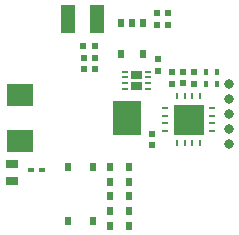
<source format=gtp>
%FSTAX44Y44*%
%MOMM*%
%SFA1B1*%

%IPPOS*%
%AMD28*
4,1,8,0.200660,0.124460,-0.200660,0.124460,-0.248920,0.076200,-0.248920,-0.076200,-0.200660,-0.124460,0.200660,-0.124460,0.248920,-0.076200,0.248920,0.076200,0.200660,0.124460,0.0*
1,1,0.100000,0.200660,0.076200*
1,1,0.100000,-0.200660,0.076200*
1,1,0.100000,-0.200660,-0.076200*
1,1,0.100000,0.200660,-0.076200*
%
%ADD13R,0.449999X0.499999*%
%ADD14R,1.149998X2.399995*%
%ADD15R,0.999998X0.749999*%
%ADD16R,0.499999X0.449999*%
%ADD17R,0.579999X0.539999*%
%ADD18R,0.539999X0.579999*%
%ADD19C,0.799998*%
%ADD20R,0.499999X0.799998*%
%ADD21O,0.599999X0.150000*%
%ADD22O,0.150000X0.599999*%
%ADD23R,2.499995X2.499995*%
%ADD24R,2.249995X1.949996*%
%ADD25R,2.399995X2.899994*%
%ADD26R,0.499999X0.799998*%
%ADD27R,0.499999X0.649999*%
G04~CAMADD=28~8~0.0~0.0~196.9~98.4~19.7~0.0~15~0.0~0.0~0.0~0.0~0~0.0~0.0~0.0~0.0~0~0.0~0.0~0.0~0.0~196.9~98.4*
%ADD28D28*%
%LNpcb1-1*%
%LPD*%
G36*
X00454239Y00481099D02*
Y00481198D01*
X00454315Y00481382*
X00454456Y00481523*
X0045464Y00481599*
X00454739*
X00462739*
X00462838*
X00463022Y00481523*
X00463163Y00481382*
X00463239Y00481198*
Y00481099*
Y00475099*
Y00474999*
X00463163Y00474816*
X00463022Y00474675*
X00462838Y00474599*
X00462739*
X00454739*
X0045464*
X00454456Y00474675*
X00454315Y00474816*
X00454239Y00474999*
Y00475099*
Y00481099*
G37*
G36*
Y00490099D02*
Y00490199D01*
X00454315Y00490382*
X00454456Y00490523*
X0045464Y00490599*
X00454739*
X00462739*
X00462838*
X00463022Y00490523*
X00463163Y00490382*
X00463239Y00490199*
Y00490099*
Y00484099*
Y00484*
X00463163Y00483816*
X00463022Y00483675*
X00462838Y00483599*
X00462739*
X00454739*
X0045464*
X00454456Y00483675*
X00454315Y00483816*
X00454239Y00484*
Y00484099*
Y00490099*
G37*
G54D13*
X00517024Y00479883D03*
Y00489383D03*
X00526575D03*
Y00479883D03*
G54D14*
X00400769Y00534228D03*
X00425269D03*
G54D15*
X00352835Y00397209D03*
Y00412209D03*
G54D16*
X0036893Y004064D03*
X0037843D03*
G54D17*
X00423488Y00511706D03*
X00413688D03*
X00423672Y00501756D03*
X00413872D03*
X00475706Y00529908D03*
X00485506D03*
X00423567Y00492099D03*
X00413767D03*
X00475706Y00539524D03*
X00485506D03*
G54D18*
X00497738Y00480026D03*
Y00489826D03*
X00476894Y00490614D03*
Y00500414D03*
X00507472Y00479883D03*
Y00489683D03*
X00471343Y00437633D03*
Y00427833D03*
X00488369Y00479883D03*
Y00489683D03*
G54D19*
X00536959Y00479979D03*
Y00467279D03*
Y00454579D03*
Y00441879D03*
Y00429179D03*
G54D20*
X00464429Y00505159D03*
X00445429D03*
Y00531159D03*
X00454929D03*
X00464429D03*
G54D21*
X00482669Y00459249D03*
Y00452749D03*
Y00446249D03*
Y00439749D03*
X00522669D03*
Y00446249D03*
Y00452749D03*
Y00459249D03*
G54D22*
X00492919Y00429499D03*
X00499419D03*
X00512419D03*
Y00469499D03*
X00505919D03*
X00499419D03*
X00492919D03*
X00505919Y00429499D03*
G54D23*
X00502669Y00449499D03*
G54D24*
X00359629Y00470599D03*
Y00431099D03*
G54D25*
X00450629Y0045085D03*
G54D26*
X00421913Y00363893D03*
Y00408893D03*
X00400413Y00363893D03*
Y00408893D03*
G54D27*
X00435939Y00396739D03*
X00452439D03*
X00435939Y00409079D03*
X00452439D03*
X00435939Y00359719D03*
X00452439D03*
X00435939Y00372059D03*
X00452439D03*
X00435939Y00384399D03*
X00452439D03*
G54D28*
X00449239Y00480099D03*
Y00485099D03*
Y00490099D03*
Y00475099D03*
X00468239D03*
Y00480099D03*
Y00485099D03*
Y00490099D03*
M02*
</source>
